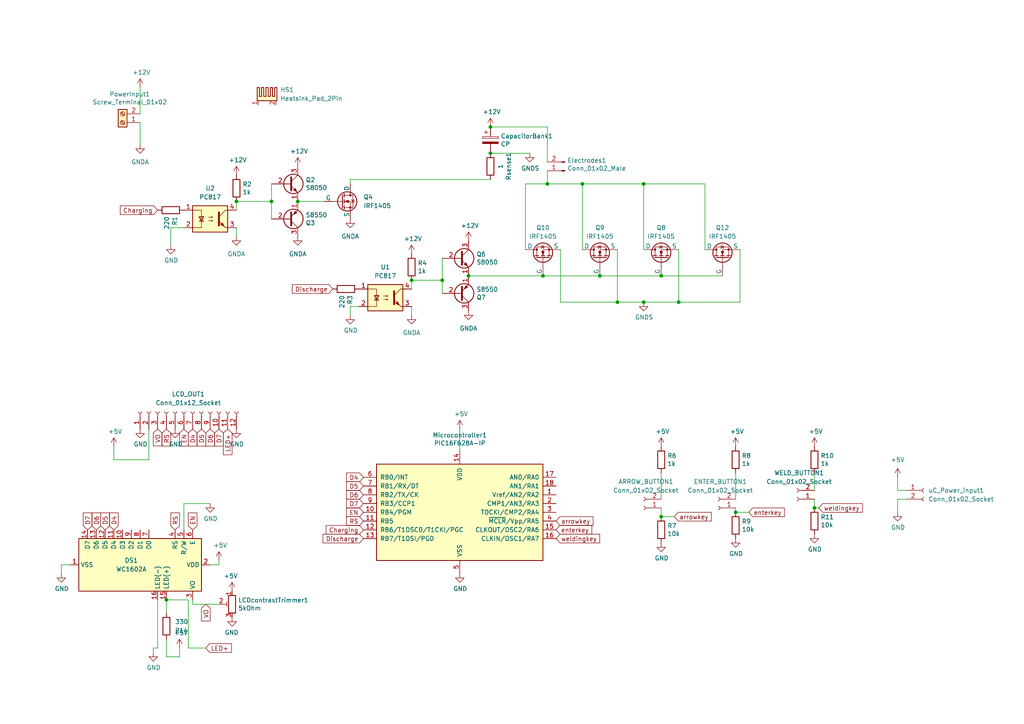
<source format=kicad_sch>
(kicad_sch (version 20230121) (generator eeschema)
  (paper "A4")
  (lib_symbols
    (symbol "Connector:Conn_01x02_Socket" (pin_names (offset 1.016) hide)
      (property "Reference" "J" (at 0 2.54 0))
      (property "Value" "Conn_01x02_Socket" (at 0 -5.08 0))
      (symbol "Conn_01x02_Socket_1_1"
        (arc (start 0 -2.032) (mid -0.5058 -2.54) (end 0 -3.048) (stroke (width 0.1524)))
        (polyline (pts (xy -1.27 -2.54) (xy -0.508 -2.54)) (stroke (width 0.1524)))
        (polyline (pts (xy -1.27 0) (xy -0.508 0)) (stroke (width 0.1524)))
        (arc (start 0 0.508) (mid -0.5058 0) (end 0 -0.508) (stroke (width 0.1524)))
        (pin passive line (at -5.08 0 0) (length 3.81) (name "Pin_1") (number "1"))
        (pin passive line (at -5.08 -2.54 0) (length 3.81) (name "Pin_2") (number "2"))
      )
    )
    (symbol "Connector:Conn_01x12_Socket" (pin_names (offset 1.016) hide)
      (property "Reference" "J" (at 0 15.24 0))
      (property "Value" "Conn_01x12_Socket" (at 0 -17.78 0))
      (symbol "Conn_01x12_Socket_1_1"
        (arc (start 0 -14.732) (mid -0.5058 -15.24) (end 0 -15.748) (stroke (width 0.1524)))
        (arc (start 0 -12.192) (mid -0.5058 -12.7) (end 0 -13.208) (stroke (width 0.1524)))
        (arc (start 0 -9.652) (mid -0.5058 -10.16) (end 0 -10.668) (stroke (width 0.1524)))
        (arc (start 0 -7.112) (mid -0.5058 -7.62) (end 0 -8.128) (stroke (width 0.1524)))
        (arc (start 0 -4.572) (mid -0.5058 -5.08) (end 0 -5.588) (stroke (width 0.1524)))
        (arc (start 0 -2.032) (mid -0.5058 -2.54) (end 0 -3.048) (stroke (width 0.1524)))
        (polyline (pts (xy -1.27 -15.24) (xy -0.508 -15.24)) (stroke (width 0.1524)))
        (polyline (pts (xy -1.27 -12.7) (xy -0.508 -12.7)) (stroke (width 0.1524)))
        (polyline (pts (xy -1.27 -10.16) (xy -0.508 -10.16)) (stroke (width 0.1524)))
        (polyline (pts (xy -1.27 -7.62) (xy -0.508 -7.62)) (stroke (width 0.1524)))
        (polyline (pts (xy -1.27 -5.08) (xy -0.508 -5.08)) (stroke (width 0.1524)))
        (polyline (pts (xy -1.27 -2.54) (xy -0.508 -2.54)) (stroke (width 0.1524)))
        (polyline (pts (xy -1.27 0) (xy -0.508 0)) (stroke (width 0.1524)))
        (polyline (pts (xy -1.27 2.54) (xy -0.508 2.54)) (stroke (width 0.1524)))
        (polyline (pts (xy -1.27 5.08) (xy -0.508 5.08)) (stroke (width 0.1524)))
        (polyline (pts (xy -1.27 7.62) (xy -0.508 7.62)) (stroke (width 0.1524)))
        (polyline (pts (xy -1.27 10.16) (xy -0.508 10.16)) (stroke (width 0.1524)))
        (polyline (pts (xy -1.27 12.7) (xy -0.508 12.7)) (stroke (width 0.1524)))
        (arc (start 0 0.508) (mid -0.5058 0) (end 0 -0.508) (stroke (width 0.1524)))
        (arc (start 0 3.048) (mid -0.5058 2.54) (end 0 2.032) (stroke (width 0.1524)))
        (arc (start 0 5.588) (mid -0.5058 5.08) (end 0 4.572) (stroke (width 0.1524)))
        (arc (start 0 8.128) (mid -0.5058 7.62) (end 0 7.112) (stroke (width 0.1524)))
        (arc (start 0 10.668) (mid -0.5058 10.16) (end 0 9.652) (stroke (width 0.1524)))
        (arc (start 0 13.208) (mid -0.5058 12.7) (end 0 12.192) (stroke (width 0.1524)))
        (pin passive line (at -5.08 12.7 0) (length 3.81) (name "Pin_1") (number "1"))
        (pin passive line (at -5.08 -10.16 0) (length 3.81) (name "Pin_10") (number "10"))
        (pin passive line (at -5.08 -12.7 0) (length 3.81) (name "Pin_11") (number "11"))
        (pin passive line (at -5.08 -15.24 0) (length 3.81) (name "Pin_12") (number "12"))
        (pin passive line (at -5.08 10.16 0) (length 3.81) (name "Pin_2") (number "2"))
        (pin passive line (at -5.08 7.62 0) (length 3.81) (name "Pin_3") (number "3"))
        (pin passive line (at -5.08 5.08 0) (length 3.81) (name "Pin_4") (number "4"))
        (pin passive line (at -5.08 2.54 0) (length 3.81) (name "Pin_5") (number "5"))
        (pin passive line (at -5.08 0 0) (length 3.81) (name "Pin_6") (number "6"))
        (pin passive line (at -5.08 -2.54 0) (length 3.81) (name "Pin_7") (number "7"))
        (pin passive line (at -5.08 -5.08 0) (length 3.81) (name "Pin_8") (number "8"))
        (pin passive line (at -5.08 -7.62 0) (length 3.81) (name "Pin_9") (number "9"))
      )
    )
    (symbol "Connector:Screw_Terminal_01x02" (pin_names (offset 1.016) hide)
      (property "Reference" "J" (at 0 2.54 0))
      (property "Value" "Screw_Terminal_01x02" (at 0 -5.08 0))
      (symbol "Screw_Terminal_01x02_1_1"
        (rectangle (start -1.27 1.27) (end 1.27 -3.81) (stroke (width 0.254)) (fill (type background)))
        (circle (center 0 -2.54) (radius 0.635) (stroke (width 0.1524)))
        (polyline (pts (xy -0.5334 -2.2098) (xy 0.3302 -3.048)) (stroke (width 0.1524)))
        (polyline (pts (xy -0.5334 0.3302) (xy 0.3302 -0.508)) (stroke (width 0.1524)))
        (polyline (pts (xy -0.3556 -2.032) (xy 0.508 -2.8702)) (stroke (width 0.1524)))
        (polyline (pts (xy -0.3556 0.508) (xy 0.508 -0.3302)) (stroke (width 0.1524)))
        (circle (center 0 0) (radius 0.635) (stroke (width 0.1524)))
        (pin passive line (at -5.08 0 0) (length 3.81) (name "Pin_1") (number "1"))
        (pin passive line (at -5.08 -2.54 0) (length 3.81) (name "Pin_2") (number "2"))
      )
    )
    (symbol "Device:R" (pin_numbers hide) (pin_names (offset 0))
      (property "Reference" "R" (at 2.032 0 90))
      (property "Value" "R" (at 0 0 90))
      (symbol "R_0_1"
        (rectangle (start -1.016 -2.54) (end 1.016 2.54) (stroke (width 0.254)))
      )
      (symbol "R_1_1"
        (pin passive line (at 0 3.81 270) (length 1.27) (name "~") (number "1"))
        (pin passive line (at 0 -3.81 90) (length 1.27) (name "~") (number "2"))
      )
    )
    (symbol "Display_Character:WC1602A"
      (property "Reference" "DS" (at -5.842 19.05 0))
      (property "Value" "WC1602A" (at 5.334 19.05 0))
      (symbol "WC1602A_1_1"
        (rectangle (start -7.62 17.78) (end 7.62 -17.78) (stroke (width 0.254)) (fill (type background)))
        (pin power_in line (at 0 -20.32 90) (length 2.54) (name "VSS") (number "1"))
        (pin input line (at -10.16 -5.08 0) (length 2.54) (name "D3") (number "10"))
        (pin input line (at -10.16 -7.62 0) (length 2.54) (name "D4") (number "11"))
        (pin input line (at -10.16 -10.16 0) (length 2.54) (name "D5") (number "12"))
        (pin input line (at -10.16 -12.7 0) (length 2.54) (name "D6") (number "13"))
        (pin input line (at -10.16 -15.24 0) (length 2.54) (name "D7") (number "14"))
        (pin power_in line (at 10.16 7.62 180) (length 2.54) (name "LED(+)") (number "15"))
        (pin power_in line (at 10.16 5.08 180) (length 2.54) (name "LED(-)") (number "16"))
        (pin power_in line (at 0 20.32 270) (length 2.54) (name "VDD") (number "2"))
        (pin input line (at 10.16 15.24 180) (length 2.54) (name "VO") (number "3"))
        (pin input line (at -10.16 10.16 0) (length 2.54) (name "RS") (number "4"))
        (pin input line (at -10.16 12.7 0) (length 2.54) (name "R/W") (number "5"))
        (pin input line (at -10.16 15.24 0) (length 2.54) (name "E") (number "6"))
        (pin input line (at -10.16 2.54 0) (length 2.54) (name "D0") (number "7"))
        (pin input line (at -10.16 0 0) (length 2.54) (name "D1") (number "8"))
        (pin input line (at -10.16 -2.54 0) (length 2.54) (name "D2") (number "9"))
      )
    )
    (symbol "Isolator:PC817" (pin_names (offset 1.016))
      (property "Reference" "U" (at -5.08 5.08 0))
      (property "Value" "PC817" (at 0 5.08 0))
      (symbol "PC817_0_1"
        (rectangle (start -5.08 3.81) (end 5.08 -3.81) (stroke (width 0.254)) (fill (type background)))
        (polyline (pts (xy -3.175 -0.635) (xy -1.905 -0.635)) (stroke (width 0.254)))
        (polyline (pts (xy 2.54 0.635) (xy 4.445 2.54)))
        (polyline (pts (xy 4.445 -2.54) (xy 2.54 -0.635)) (fill (type outline)))
        (polyline (pts (xy 4.445 -2.54) (xy 5.08 -2.54)))
        (polyline (pts (xy 4.445 2.54) (xy 5.08 2.54)))
        (polyline (pts (xy -5.08 2.54) (xy -2.54 2.54) (xy -2.54 -0.635)))
        (polyline (pts (xy -2.54 -0.635) (xy -2.54 -2.54) (xy -5.08 -2.54)))
        (polyline (pts (xy 2.54 1.905) (xy 2.54 -1.905) (xy 2.54 -1.905)) (stroke (width 0.508)))
        (polyline (pts (xy -2.54 -0.635) (xy -3.175 0.635) (xy -1.905 0.635) (xy -2.54 -0.635)) (stroke (width 0.254)))
        (polyline (pts (xy -0.508 -0.508) (xy 0.762 -0.508) (xy 0.381 -0.635) (xy 0.381 -0.381) (xy 0.762 -0.508)))
        (polyline (pts (xy -0.508 0.508) (xy 0.762 0.508) (xy 0.381 0.381) (xy 0.381 0.635) (xy 0.762 0.508)))
        (polyline (pts (xy 3.048 -1.651) (xy 3.556 -1.143) (xy 4.064 -2.159) (xy 3.048 -1.651) (xy 3.048 -1.651)) (fill (type outline)))
      )
      (symbol "PC817_1_1"
        (pin passive line (at -7.62 2.54 0) (length 2.54) (name "~") (number "1"))
        (pin passive line (at -7.62 -2.54 0) (length 2.54) (name "~") (number "2"))
        (pin passive line (at 7.62 -2.54 180) (length 2.54) (name "~") (number "3"))
        (pin passive line (at 7.62 2.54 180) (length 2.54) (name "~") (number "4"))
      )
    )
    (symbol "MCU_Microchip_PIC16:PIC16F628A-IP" (pin_names (offset 1.016))
      (property "Reference" "U" (at -24.13 17.78 0))
      (property "Value" "PIC16F628A-IP" (at -24.13 15.24 0))
      (symbol "PIC16F628A-IP_0_1"
        (rectangle (start 24.13 13.97) (end -24.13 -13.97) (stroke (width 0.254)) (fill (type background)))
      )
      (symbol "PIC16F628A-IP_1_1"
        (pin bidirectional line (at 27.94 5.08 180) (length 3.81) (name "Vref/AN2/RA2") (number "1"))
        (pin bidirectional line (at -27.94 0 0) (length 3.81) (name "RB4/PGM") (number "10"))
        (pin bidirectional line (at -27.94 -2.54 0) (length 3.81) (name "RB5") (number "11"))
        (pin bidirectional line (at -27.94 -5.08 0) (length 3.81) (name "RB6/T1OSC0/T1CKI/PGC") (number "12"))
        (pin bidirectional line (at -27.94 -7.62 0) (length 3.81) (name "RB7/T1OSI/PGD") (number "13"))
        (pin power_in line (at 0 17.78 270) (length 3.81) (name "VDD") (number "14"))
        (pin bidirectional line (at 27.94 -5.08 180) (length 3.81) (name "CLKOUT/OSC2/RA6") (number "15"))
        (pin bidirectional line (at 27.94 -7.62 180) (length 3.81) (name "CLKIN/OSC1/RA7") (number "16"))
        (pin bidirectional line (at 27.94 10.16 180) (length 3.81) (name "AN0/RA0") (number "17"))
        (pin bidirectional line (at 27.94 7.62 180) (length 3.81) (name "AN1/RA1") (number "18"))
        (pin bidirectional line (at 27.94 2.54 180) (length 3.81) (name "CMP1/AN3/RA3") (number "2"))
        (pin bidirectional line (at 27.94 0 180) (length 3.81) (name "TOCKI/CMP2/RA4") (number "3"))
        (pin input line (at 27.94 -2.54 180) (length 3.81) (name "~{MCLR}/Vpp/RA5") (number "4"))
        (pin power_in line (at 0 -17.78 90) (length 3.81) (name "VSS") (number "5"))
        (pin bidirectional line (at -27.94 10.16 0) (length 3.81) (name "RB0/INT") (number "6"))
        (pin bidirectional line (at -27.94 7.62 0) (length 3.81) (name "RB1/RX/DT") (number "7"))
        (pin bidirectional line (at -27.94 5.08 0) (length 3.81) (name "RB2/TX/CK") (number "8"))
        (pin bidirectional line (at -27.94 2.54 0) (length 3.81) (name "RB3/CCP1") (number "9"))
      )
    )
    (symbol "Mechanical:Heatsink_Pad_2Pin" (pin_names (offset 0))
      (property "Reference" "HS" (at 0 5.715 0))
      (property "Value" "Heatsink_Pad_2Pin" (at 0 3.81 0))
      (symbol "Heatsink_Pad_2Pin_0_1"
        (polyline (pts (xy -0.3302 0) (xy -0.9652 0) (xy -0.9652 2.54) (xy -1.6002 2.54) (xy -1.6002 0) (xy -2.2352 0) (xy -2.2352 2.54) (xy -2.8702 2.54) (xy -2.8702 -1.27) (xy -0.9652 -1.27)) (stroke (width 0.254)) (fill (type background)))
        (polyline (pts (xy -0.3302 0) (xy -0.3302 2.54) (xy 0.3048 2.54) (xy 0.3048 0) (xy 0.9398 0) (xy 0.9398 2.54) (xy 1.5748 2.54) (xy 1.5748 0) (xy 2.2098 0) (xy 2.2098 2.54) (xy 2.8448 2.54) (xy 2.8448 -1.27) (xy -0.9652 -1.27)) (stroke (width 0.254)) (fill (type background)))
      )
      (symbol "Heatsink_Pad_2Pin_1_1"
        (pin passive line (at -2.54 -2.54 90) (length 1.27) (name "~") (number "1"))
        (pin passive line (at 2.54 -2.54 90) (length 1.27) (name "~") (number "2"))
      )
    )
    (symbol "Simulation_SPICE:NMOS" (pin_numbers hide) (pin_names (offset 0))
      (property "Reference" "Q" (at 5.08 1.27 0))
      (property "Value" "NMOS" (at 5.08 -1.27 0))
      (symbol "NMOS_0_1"
        (polyline (pts (xy 0.254 0) (xy -2.54 0)))
        (polyline (pts (xy 0.254 1.905) (xy 0.254 -1.905)) (stroke (width 0.254)))
        (polyline (pts (xy 0.762 -1.27) (xy 0.762 -2.286)) (stroke (width 0.254)))
        (polyline (pts (xy 0.762 0.508) (xy 0.762 -0.508)) (stroke (width 0.254)))
        (polyline (pts (xy 0.762 2.286) (xy 0.762 1.27)) (stroke (width 0.254)))
        (polyline (pts (xy 2.54 2.54) (xy 2.54 1.778)))
        (polyline (pts (xy 2.54 -2.54) (xy 2.54 0) (xy 0.762 0)))
        (polyline (pts (xy 0.762 -1.778) (xy 3.302 -1.778) (xy 3.302 1.778) (xy 0.762 1.778)))
        (polyline (pts (xy 1.016 0) (xy 2.032 0.381) (xy 2.032 -0.381) (xy 1.016 0)) (fill (type outline)))
        (polyline (pts (xy 2.794 0.508) (xy 2.921 0.381) (xy 3.683 0.381) (xy 3.81 0.254)))
        (polyline (pts (xy 3.302 0.381) (xy 2.921 -0.254) (xy 3.683 -0.254) (xy 3.302 0.381)))
        (circle (center 1.651 0) (radius 2.794) (stroke (width 0.254)))
        (circle (center 2.54 -1.778) (radius 0.254) (fill (type outline)))
        (circle (center 2.54 1.778) (radius 0.254) (fill (type outline)))
      )
      (symbol "NMOS_1_1"
        (pin passive line (at 2.54 5.08 270) (length 2.54) (name "D") (number "1"))
        (pin input line (at -5.08 0 0) (length 2.54) (name "G") (number "2"))
        (pin passive line (at 2.54 -5.08 90) (length 2.54) (name "S") (number "3"))
      )
    )
    (symbol "Transistor_BJT:S8050" (pin_names (offset 0) hide)
      (property "Reference" "Q" (at 5.08 1.905 0))
      (property "Value" "S8050" (at 5.08 0 0))
      (symbol "S8050_0_1"
        (polyline (pts (xy 0 0) (xy 0.635 0)))
        (polyline (pts (xy 0.635 0.635) (xy 2.54 2.54)))
        (polyline (pts (xy 0.635 -0.635) (xy 2.54 -2.54) (xy 2.54 -2.54)))
        (polyline (pts (xy 0.635 1.905) (xy 0.635 -1.905) (xy 0.635 -1.905)) (stroke (width 0.508)))
        (polyline (pts (xy 1.27 -1.778) (xy 1.778 -1.27) (xy 2.286 -2.286) (xy 1.27 -1.778) (xy 1.27 -1.778)) (fill (type outline)))
        (circle (center 1.27 0) (radius 2.8194) (stroke (width 0.254)))
      )
      (symbol "S8050_1_1"
        (pin passive line (at 2.54 -5.08 90) (length 2.54) (name "E") (number "1"))
        (pin input line (at -5.08 0 0) (length 5.08) (name "B") (number "2"))
        (pin passive line (at 2.54 5.08 270) (length 2.54) (name "C") (number "3"))
      )
    )
    (symbol "Transistor_BJT:S8550" (pin_names (offset 0) hide)
      (property "Reference" "Q" (at 5.08 1.905 0))
      (property "Value" "S8550" (at 5.08 0 0))
      (symbol "S8550_0_1"
        (polyline (pts (xy 0 0) (xy 0.635 0)))
        (polyline (pts (xy 2.54 -2.54) (xy 0.635 -0.635)))
        (polyline (pts (xy 2.54 2.54) (xy 0.635 0.635)))
        (polyline (pts (xy 0.635 1.905) (xy 0.635 -1.905) (xy 0.635 -1.905)) (stroke (width 0.508)) (fill (type outline)))
        (polyline (pts (xy 1.778 -2.286) (xy 2.286 -1.778) (xy 1.27 -1.27) (xy 1.778 -2.286) (xy 1.778 -2.286)) (fill (type outline)))
        (circle (center 1.27 0) (radius 2.8194) (stroke (width 0.254)))
      )
      (symbol "S8550_1_1"
        (pin passive line (at 2.54 -5.08 90) (length 2.54) (name "E") (number "1"))
        (pin input line (at -5.08 0 0) (length 5.08) (name "B") (number "2"))
        (pin passive line (at 2.54 5.08 270) (length 2.54) (name "C") (number "3"))
      )
    )
    (symbol "circuit-rescue:CP-Device" (pin_numbers hide) (pin_names (offset 0.254))
      (property "Reference" "C" (at 0.635 2.54 0))
      (property "Value" "Device_CP" (at 0.635 -2.54 0))
      (symbol "CP-Device_0_1"
        (rectangle (start -2.286 0.508) (end 2.286 1.016))
        (polyline (pts (xy -1.778 2.286) (xy -0.762 2.286)))
        (polyline (pts (xy -1.27 2.794) (xy -1.27 1.778)))
        (rectangle (start 2.286 -0.508) (end -2.286 -1.016) (fill (type outline)))
      )
      (symbol "CP-Device_1_1"
        (pin passive line (at 0 3.81 270) (length 2.794) (name "~") (number "1"))
        (pin passive line (at 0 -3.81 90) (length 2.794) (name "~") (number "2"))
      )
    )
    (symbol "circuit-rescue:Conn_01x02_Male-Connector" (pin_names (offset 1.016) hide)
      (property "Reference" "J" (at 0 2.54 0))
      (property "Value" "Connector_Conn_01x02_Male" (at 0 -5.08 0))
      (symbol "Conn_01x02_Male-Connector_1_1"
        (polyline (pts (xy 1.27 -2.54) (xy 0.8636 -2.54)) (stroke (width 0.1524)))
        (polyline (pts (xy 1.27 0) (xy 0.8636 0)) (stroke (width 0.1524)))
        (rectangle (start 0.8636 -2.413) (end 0 -2.667) (stroke (width 0.1524)) (fill (type outline)))
        (rectangle (start 0.8636 0.127) (end 0 -0.127) (stroke (width 0.1524)) (fill (type outline)))
        (pin passive line (at 5.08 0 180) (length 3.81) (name "Pin_1") (number "1"))
        (pin passive line (at 5.08 -2.54 180) (length 3.81) (name "Pin_2") (number "2"))
      )
    )
    (symbol "circuit-rescue:R_POT_TRIM-Device" (pin_names (offset 1.016) hide)
      (property "Reference" "RV" (at -4.445 0 90))
      (property "Value" "Device_R_POT_TRIM" (at -2.54 0 90))
      (symbol "R_POT_TRIM-Device_0_1"
        (polyline (pts (xy 1.524 0.762) (xy 1.524 -0.762)))
        (polyline (pts (xy 2.54 0) (xy 1.524 0)))
        (rectangle (start 1.016 2.54) (end -1.016 -2.54) (stroke (width 0.254)))
      )
      (symbol "R_POT_TRIM-Device_1_1"
        (pin passive line (at 0 3.81 270) (length 1.27) (name "1") (number "1"))
        (pin passive line (at 3.81 0 180) (length 1.27) (name "2") (number "2"))
        (pin passive line (at 0 -3.81 90) (length 1.27) (name "3") (number "3"))
      )
    )
    (symbol "power:+12V" (power) (pin_names (offset 0))
      (property "Value" "+12V" (at 0 3.556 0))
      (symbol "+12V_0_1"
        (polyline (pts (xy -0.762 1.27) (xy 0 2.54)))
        (polyline (pts (xy 0 0) (xy 0 2.54)))
        (polyline (pts (xy 0 2.54) (xy 0.762 1.27)))
      )
      (symbol "+12V_1_1"
        (pin power_in line (at 0 0 90) (length 0) hide (name "+12V") (number "1"))
      )
    )
    (symbol "power:+5V" (power) (pin_names (offset 0))
      (property "Value" "+5V" (at 0 3.556 0))
      (symbol "+5V_0_1"
        (polyline (pts (xy -0.762 1.27) (xy 0 2.54)))
        (polyline (pts (xy 0 0) (xy 0 2.54)))
        (polyline (pts (xy 0 2.54) (xy 0.762 1.27)))
      )
      (symbol "+5V_1_1"
        (pin power_in line (at 0 0 90) (length 0) hide (name "+5V") (number "1"))
      )
    )
    (symbol "power:GND" (power) (pin_names (offset 0))
      (property "Value" "GND" (at 0 -3.81 0))
      (symbol "GND_0_1"
        (polyline (pts (xy 0 0) (xy 0 -1.27) (xy 1.27 -1.27) (xy 0 -2.54) (xy -1.27 -1.27) (xy 0 -1.27)))
      )
      (symbol "GND_1_1"
        (pin power_in line (at 0 0 270) (length 0) hide (name "GND") (number "1"))
      )
    )
    (symbol "power:GNDA" (power) (pin_names (offset 0))
      (property "Value" "GNDA" (at 0 -3.81 0))
      (symbol "GNDA_0_1"
        (polyline (pts (xy 0 0) (xy 0 -1.27) (xy 1.27 -1.27) (xy 0 -2.54) (xy -1.27 -1.27) (xy 0 -1.27)))
      )
      (symbol "GNDA_1_1"
        (pin power_in line (at 0 0 270) (length 0) hide (name "GNDA") (number "1"))
      )
    )
    (symbol "power:GNDS" (power) (pin_names (offset 0))
      (property "Value" "GNDS" (at 0 -3.81 0))
      (symbol "GNDS_0_1"
        (polyline (pts (xy 0 0) (xy 0 -1.27) (xy 1.27 -1.27) (xy 0 -2.54) (xy -1.27 -1.27) (xy 0 -1.27)))
      )
      (symbol "GNDS_1_1"
        (pin power_in line (at 0 0 270) (length 0) hide (name "GNDS") (number "1"))
      )
    )
  )
  (junction (at 168.91 53.34))
  (junction (at 236.22 147.32))
  (junction (at 68.58 58.42))
  (junction (at 186.69 53.34))
  (junction (at 186.69 87.63))
  (junction (at 142.24 44.45))
  (junction (at 119.38 81.28))
  (junction (at 191.77 149.86))
  (junction (at 157.48 80.01))
  (junction (at 213.36 148.59))
  (junction (at 78.74 58.42))
  (junction (at 179.07 87.63))
  (junction (at 142.24 36.83))
  (junction (at 191.77 80.01))
  (junction (at 158.75 53.34))
  (junction (at 86.36 58.42))
  (junction (at 128.27 81.28))
  (junction (at 135.89 80.01))
  (junction (at 48.26 173.99))
  (junction (at 173.99 80.01))
  (junction (at 196.85 87.63))
  (wire (pts (xy 162.56 72.39) (xy 162.56 87.63)))
  (wire (pts (xy 128.27 81.28) (xy 119.38 81.28)))
  (wire (pts (xy 48.26 177.8) (xy 48.26 173.99)))
  (wire (pts (xy 133.35 124.46) (xy 133.35 130.81)))
  (wire (pts (xy 78.74 58.42) (xy 78.74 63.5)))
  (wire (pts (xy 157.48 80.01) (xy 173.99 80.01)))
  (wire (pts (xy 17.78 166.37) (xy 17.78 163.83)))
  (wire (pts (xy 52.07 190.5) (xy 52.07 187.96)))
  (wire (pts (xy 260.35 144.78) (xy 262.89 144.78)))
  (wire (pts (xy 128.27 81.28) (xy 128.27 85.09)))
  (wire (pts (xy 195.58 149.86) (xy 191.77 149.86)))
  (wire (pts (xy 191.77 147.32) (xy 191.77 149.86)))
  (wire (pts (xy 168.91 53.34) (xy 186.69 53.34)))
  (wire (pts (xy 49.53 66.04) (xy 53.34 66.04)))
  (wire (pts (xy 68.58 58.42) (xy 78.74 58.42)))
  (wire (pts (xy 93.98 58.42) (xy 86.36 58.42)))
  (wire (pts (xy 158.75 53.34) (xy 168.91 53.34)))
  (wire (pts (xy 152.4 53.34) (xy 158.75 53.34)))
  (wire (pts (xy 17.78 163.83) (xy 20.32 163.83)))
  (wire (pts (xy 214.63 87.63) (xy 196.85 87.63)))
  (wire (pts (xy 44.45 189.23) (xy 44.45 187.96)))
  (wire (pts (xy 237.49 147.32) (xy 236.22 147.32)))
  (wire (pts (xy 162.56 87.63) (xy 179.07 87.63)))
  (wire (pts (xy 33.02 129.54) (xy 33.02 133.35)))
  (wire (pts (xy 260.35 138.43) (xy 260.35 142.24)))
  (wire (pts (xy 48.26 185.42) (xy 48.26 190.5)))
  (wire (pts (xy 54.61 187.96) (xy 54.61 173.99)))
  (wire (pts (xy 142.24 52.07) (xy 101.6 52.07)))
  (wire (pts (xy 142.24 44.45) (xy 153.67 44.45)))
  (wire (pts (xy 78.74 53.34) (xy 78.74 58.42)))
  (wire (pts (xy 49.53 71.12) (xy 49.53 66.04)))
  (wire (pts (xy 179.07 72.39) (xy 179.07 87.63)))
  (wire (pts (xy 217.17 148.59) (xy 213.36 148.59)))
  (wire (pts (xy 54.61 173.99) (xy 48.26 173.99)))
  (wire (pts (xy 191.77 80.01) (xy 209.55 80.01)))
  (wire (pts (xy 196.85 72.39) (xy 196.85 87.63)))
  (wire (pts (xy 33.02 133.35) (xy 43.18 133.35)))
  (wire (pts (xy 119.38 81.28) (xy 119.38 83.82)))
  (wire (pts (xy 48.26 190.5) (xy 52.07 190.5)))
  (wire (pts (xy 179.07 87.63) (xy 186.69 87.63)))
  (wire (pts (xy 68.58 58.42) (xy 68.58 60.96)))
  (wire (pts (xy 63.5 163.83) (xy 60.96 163.83)))
  (wire (pts (xy 128.27 74.93) (xy 128.27 81.28)))
  (wire (pts (xy 43.18 133.35) (xy 43.18 124.46)))
  (wire (pts (xy 44.45 187.96) (xy 45.72 187.96)))
  (wire (pts (xy 142.24 36.83) (xy 158.75 36.83)))
  (wire (pts (xy 213.36 147.32) (xy 213.36 148.59)))
  (wire (pts (xy 152.4 72.39) (xy 152.4 53.34)))
  (wire (pts (xy 55.88 175.26) (xy 55.88 173.99)))
  (wire (pts (xy 45.72 173.99) (xy 45.72 187.96)))
  (wire (pts (xy 191.77 144.78) (xy 191.77 137.16)))
  (wire (pts (xy 158.75 36.83) (xy 158.75 46.99)))
  (wire (pts (xy 260.35 142.24) (xy 262.89 142.24)))
  (wire (pts (xy 213.36 137.16) (xy 213.36 144.78)))
  (wire (pts (xy 59.69 187.96) (xy 54.61 187.96)))
  (wire (pts (xy 63.5 162.56) (xy 63.5 163.83)))
  (wire (pts (xy 135.89 80.01) (xy 157.48 80.01)))
  (wire (pts (xy 196.85 87.63) (xy 186.69 87.63)))
  (wire (pts (xy 204.47 72.39) (xy 204.47 53.34)))
  (wire (pts (xy 158.75 53.34) (xy 158.75 49.53)))
  (wire (pts (xy 101.6 88.9) (xy 104.14 88.9)))
  (wire (pts (xy 186.69 72.39) (xy 186.69 53.34)))
  (wire (pts (xy 186.69 53.34) (xy 204.47 53.34)))
  (wire (pts (xy 68.58 66.04) (xy 68.58 68.58)))
  (wire (pts (xy 236.22 137.16) (xy 236.22 142.24)))
  (wire (pts (xy 236.22 144.78) (xy 236.22 147.32)))
  (wire (pts (xy 214.63 72.39) (xy 214.63 87.63)))
  (wire (pts (xy 173.99 80.01) (xy 191.77 80.01)))
  (wire (pts (xy 101.6 52.07) (xy 101.6 53.34)))
  (wire (pts (xy 40.64 25.4) (xy 40.64 33.02)))
  (wire (pts (xy 119.38 88.9) (xy 119.38 91.44)))
  (wire (pts (xy 53.34 146.05) (xy 60.96 146.05)))
  (wire (pts (xy 168.91 72.39) (xy 168.91 53.34)))
  (wire (pts (xy 260.35 148.59) (xy 260.35 144.78)))
  (wire (pts (xy 53.34 153.67) (xy 53.34 146.05)))
  (wire (pts (xy 63.5 175.26) (xy 55.88 175.26)))
  (wire (pts (xy 40.64 35.56) (xy 40.64 41.91)))
  (wire (pts (xy 101.6 91.44) (xy 101.6 88.9)))
  (global_label "Discharge" (shape input) (at 96.52 83.82 180) (property "Intersheetrefs" "${INTERSHEET_REFS}" (effects hide)))
  (global_label "VO" (shape input) (at 45.72 124.46 270) (property "Intersheetrefs" "${INTERSHEET_REFS}" (effects hide)))
  (global_label "weldingkey" (shape input) (at 161.29 156.21 0) (property "Intersheetrefs" "${INTERSHEET_REFS}" (effects hide)))
  (global_label "D5" (shape input) (at 105.41 140.97 180) (property "Intersheetrefs" "${INTERSHEET_REFS}" (effects hide)))
  (global_label "weldingkey" (shape input) (at 237.49 147.32 0) (property "Intersheetrefs" "${INTERSHEET_REFS}" (effects hide)))
  (global_label "RS" (shape input) (at 48.26 124.46 270) (property "Intersheetrefs" "${INTERSHEET_REFS}" (effects hide)))
  (global_label "D6" (shape input) (at 105.41 143.51 180) (property "Intersheetrefs" "${INTERSHEET_REFS}" (effects hide)))
  (global_label "VO" (shape input) (at 59.69 175.26 270) (property "Intersheetrefs" "${INTERSHEET_REFS}" (effects hide)))
  (global_label "D7" (shape input) (at 105.41 146.05 180) (property "Intersheetrefs" "${INTERSHEET_REFS}" (effects hide)))
  (global_label "D4" (shape input) (at 33.02 153.67 90) (property "Intersheetrefs" "${INTERSHEET_REFS}" (effects hide)))
  (global_label "Charging" (shape input) (at 45.72 60.96 180) (property "Intersheetrefs" "${INTERSHEET_REFS}" (effects hide)))
  (global_label "LED+" (shape input) (at 66.04 124.46 270) (property "Intersheetrefs" "${INTERSHEET_REFS}" (effects hide)))
  (global_label "D7" (shape input) (at 25.4 153.67 90) (property "Intersheetrefs" "${INTERSHEET_REFS}" (effects hide)))
  (global_label "D4" (shape input) (at 105.41 138.43 180) (property "Intersheetrefs" "${INTERSHEET_REFS}" (effects hide)))
  (global_label "arrowkey" (shape input) (at 161.29 151.13 0) (property "Intersheetrefs" "${INTERSHEET_REFS}" (effects hide)))
  (global_label "EN" (shape input) (at 55.88 153.67 90) (property "Intersheetrefs" "${INTERSHEET_REFS}" (effects hide)))
  (global_label "Discharge" (shape input) (at 105.41 156.21 180) (property "Intersheetrefs" "${INTERSHEET_REFS}" (effects hide)))
  (global_label "RS" (shape input) (at 50.8 153.67 90) (property "Intersheetrefs" "${INTERSHEET_REFS}" (effects hide)))
  (global_label "enterkey" (shape input) (at 217.17 148.59 0) (property "Intersheetrefs" "${INTERSHEET_REFS}" (effects hide)))
  (global_label "Charging" (shape input) (at 105.41 153.67 180) (property "Intersheetrefs" "${INTERSHEET_REFS}" (effects hide)))
  (global_label "D6" (shape input) (at 60.96 124.46 270) (property "Intersheetrefs" "${INTERSHEET_REFS}" (effects hide)))
  (global_label "arrowkey" (shape input) (at 195.58 149.86 0) (property "Intersheetrefs" "${INTERSHEET_REFS}" (effects hide)))
  (global_label "RS" (shape input) (at 105.41 151.13 180) (property "Intersheetrefs" "${INTERSHEET_REFS}" (effects hide)))
  (global_label "EN" (shape input) (at 105.41 148.59 180) (property "Intersheetrefs" "${INTERSHEET_REFS}" (effects hide)))
  (global_label "D7" (shape input) (at 63.5 124.46 270) (property "Intersheetrefs" "${INTERSHEET_REFS}" (effects hide)))
  (global_label "enterkey" (shape input) (at 161.29 153.67 0) (property "Intersheetrefs" "${INTERSHEET_REFS}" (effects hide)))
  (global_label "EN" (shape input) (at 53.34 124.46 270) (property "Intersheetrefs" "${INTERSHEET_REFS}" (effects hide)))
  (global_label "D4" (shape input) (at 55.88 124.46 270) (property "Intersheetrefs" "${INTERSHEET_REFS}" (effects hide)))
  (global_label "LED+" (shape input) (at 59.69 187.96 0) (property "Intersheetrefs" "${INTERSHEET_REFS}" (effects hide)))
  (global_label "D5" (shape input) (at 30.48 153.67 90) (property "Intersheetrefs" "${INTERSHEET_REFS}" (effects hide)))
  (global_label "D5" (shape input) (at 58.42 124.46 270) (property "Intersheetrefs" "${INTERSHEET_REFS}" (effects hide)))
  (global_label "D6" (shape input) (at 27.94 153.67 90) (property "Intersheetrefs" "${INTERSHEET_REFS}" (effects hide)))
  (symbol (lib_id "Connector:Screw_Terminal_01x02") (at 35.56 35.56 180) (unit 1)
    (property "Reference" "PowerInput1" (at 37.6428 27.305 0))
    (property "Value" "Screw_Terminal_01x02" (at 37.6428 29.6164 0))
    (property "Footprint" "TerminalBlock:TerminalBlock_bornier-2_P5.08mm" (effects hide))
  )
  (symbol (lib_id "power:+5V") (at 67.31 171.45 0) (mirror y) (unit 1)
    (property "Reference" "#PWR01" (effects hide))
    (property "Value" "+5V" (at 66.929 167.0558 0))
  )
  (symbol (lib_id "power:+12V") (at 86.36 48.26 0) (unit 1)
    (property "Reference" "#PWR08" (effects hide))
    (property "Value" "+12V" (at 86.741 43.8658 0))
  )
  (symbol (lib_id "power:+5V") (at 236.22 129.54 0) (unit 1)
    (property "Reference" "#PWR033" (effects hide))
    (property "Value" "+5V" (at 236.601 125.1458 0))
  )
  (symbol (lib_id "Device:R") (at 119.38 77.47 0) (unit 1)
    (property "Reference" "R4" (at 121.158 76.3016 0) (effects (justify left)))
    (property "Value" "1k" (at 121.158 78.613 0) (effects (justify left)))
    (property "Footprint" "Resistor_THT:R_Axial_DIN0207_L6.3mm_D2.5mm_P7.62mm_Horizontal" (effects hide))
  )
  (symbol (lib_id "Simulation_SPICE:NMOS") (at 209.55 74.93 90) (unit 1)
    (property "Reference" "Q12" (at 209.55 66.04 90))
    (property "Value" "IRF1405" (at 209.55 68.58 90))
    (property "Footprint" "Package_TO_SOT_THT:TO-220-3_Vertical" (effects hide))
    (property "Datasheet" "https://ngspice.sourceforge.io/docs/ngspice-manual.pdf" (effects hide))
    (property "Sim.Device" "NMOS" (effects hide))
    (property "Sim.Type" "VDMOS" (effects hide))
    (property "Sim.Pins" "1=D 2=G 3=S" (effects hide))
  )
  (symbol (lib_id "power:+12V") (at 135.89 69.85 0) (unit 1)
    (property "Reference" "#PWR015" (effects hide))
    (property "Value" "+12V" (at 136.271 65.4558 0))
  )
  (symbol (lib_id "Simulation_SPICE:NMOS") (at 173.99 74.93 90) (unit 1)
    (property "Reference" "Q9" (at 173.99 66.04 90))
    (property "Value" "IRF1405" (at 173.99 68.58 90))
    (property "Footprint" "Package_TO_SOT_THT:TO-220-3_Vertical" (effects hide))
    (property "Datasheet" "https://ngspice.sourceforge.io/docs/ngspice-manual.pdf" (effects hide))
    (property "Sim.Device" "NMOS" (effects hide))
    (property "Sim.Type" "VDMOS" (effects hide))
    (property "Sim.Pins" "1=D 2=G 3=S" (effects hide))
  )
  (symbol (lib_id "Device:R") (at 213.36 133.35 0) (unit 1)
    (property "Reference" "R8" (at 215.138 132.1816 0) (effects (justify left)))
    (property "Value" "1k" (at 215.138 134.493 0) (effects (justify left)))
    (property "Footprint" "Resistor_THT:R_Axial_DIN0207_L6.3mm_D2.5mm_P7.62mm_Horizontal" (effects hide))
  )
  (symbol (lib_id "Display_Character:WC1602A") (at 40.64 163.83 270) (unit 1)
    (property "Reference" "DS1" (at 38.1 162.56 90))
    (property "Value" "WC1602A" (at 38.1 165.1 90))
    (property "Footprint" "Display:WC1602A" (effects hide))
    (property "Datasheet" "http://www.wincomlcd.com/pdf/WC1602A-SFYLYHTC06.pdf" (effects hide))
  )
  (symbol (lib_id "Connector:Conn_01x02_Socket") (at 267.97 142.24 0) (unit 1)
    (property "Reference" "uC_Power_input1" (at 269.24 142.24 0) (effects (justify left)))
    (property "Value" "Conn_01x02_Socket" (at 269.24 144.78 0) (effects (justify left)))
    (property "Footprint" "Connector_JST:JST_EH_B2B-EH-A_1x02_P2.50mm_Vertical" (effects hide))
  )
  (symbol (lib_id "Device:R") (at 236.22 151.13 0) (unit 1)
    (property "Reference" "R11" (at 237.998 149.9616 0) (effects (justify left)))
    (property "Value" "10k" (at 237.998 152.273 0) (effects (justify left)))
    (property "Footprint" "Resistor_THT:R_Axial_DIN0207_L6.3mm_D2.5mm_P7.62mm_Horizontal" (effects hide))
  )
  (symbol (lib_id "Transistor_BJT:S8050") (at 83.82 53.34 0) (unit 1)
    (property "Reference" "Q2" (at 88.646 52.1716 0) (effects (justify left)))
    (property "Value" "S8050" (at 88.646 54.483 0) (effects (justify left)))
    (property "Footprint" "Package_TO_SOT_THT:TO-92_Inline" (effects hide))
    (property "Datasheet" "http://www.unisonic.com.tw/datasheet/S8050.pdf" (effects hide))
  )
  (symbol (lib_id "Connector:Conn_01x02_Socket") (at 186.69 147.32 180) (unit 1)
    (property "Reference" "ARROW_BUTTON1" (at 187.325 139.7 0))
    (property "Value" "Conn_01x02_Socket" (at 187.325 142.24 0))
    (property "Footprint" "Connector_JST:JST_EH_B2B-EH-A_1x02_P2.50mm_Vertical" (effects hide))
  )
  (symbol (lib_id "Isolator:PC817") (at 111.76 86.36 0) (unit 1)
    (property "Reference" "U1" (at 111.76 77.47 0))
    (property "Value" "PC817" (at 111.76 80.01 0))
    (property "Footprint" "Package_DIP:DIP-4_W7.62mm" (effects hide))
    (property "Datasheet" "http://www.soselectronic.cz/a_info/resource/d/pc817.pdf" (effects hide))
  )
  (symbol (lib_id "power:GND") (at 67.31 179.07 0) (mirror y) (unit 1)
    (property "Reference" "#PWR02" (effects hide))
    (property "Value" "GND" (at 67.183 183.4642 0))
  )
  (symbol (lib_id "power:GNDA") (at 119.38 91.44 0) (unit 1)
    (property "Reference" "#PWR014" (effects hide))
    (property "Value" "GNDA" (at 119.38 96.52 0))
  )
  (symbol (lib_id "Device:R") (at 48.26 181.61 180) (unit 1)
    (property "Reference" "R14" (at 54.61 182.88 0) (effects (justify left)))
    (property "Value" "330" (at 54.61 180.34 0) (effects (justify left)))
    (property "Footprint" "Resistor_THT:R_Axial_DIN0207_L6.3mm_D2.5mm_P7.62mm_Horizontal" (effects hide))
  )
  (symbol (lib_id "Simulation_SPICE:NMOS") (at 191.77 74.93 90) (unit 1)
    (property "Reference" "Q8" (at 191.77 66.04 90))
    (property "Value" "IRF1405" (at 191.77 68.58 90))
    (property "Footprint" "Package_TO_SOT_THT:TO-220-3_Vertical" (effects hide))
    (property "Datasheet" "https://ngspice.sourceforge.io/docs/ngspice-manual.pdf" (effects hide))
    (property "Sim.Device" "NMOS" (effects hide))
    (property "Sim.Type" "VDMOS" (effects hide))
    (property "Sim.Pins" "1=D 2=G 3=S" (effects hide))
  )
  (symbol (lib_id "Device:R") (at 49.53 60.96 270) (unit 1)
    (property "Reference" "R1" (at 50.6984 62.738 0) (effects (justify left)))
    (property "Value" "220" (at 48.387 62.738 0) (effects (justify left)))
    (property "Footprint" "Resistor_THT:R_Axial_DIN0207_L6.3mm_D2.5mm_P7.62mm_Horizontal" (effects hide))
  )
  (symbol (lib_id "power:GNDA") (at 135.89 90.17 0) (unit 1)
    (property "Reference" "#PWR016" (effects hide))
    (property "Value" "GNDA" (at 135.89 95.25 0))
  )
  (symbol (lib_id "Connector:Conn_01x12_Socket") (at 53.34 119.38 90) (unit 1)
    (property "Reference" "LCD_OUT1" (at 54.61 114.3 90))
    (property "Value" "Conn_01x12_Socket" (at 54.61 116.84 90))
    (property "Footprint" "Connector_PinHeader_2.54mm:PinHeader_1x12_P2.54mm_Vertical" (effects hide))
  )
  (symbol (lib_id "Device:R") (at 191.77 153.67 0) (unit 1)
    (property "Reference" "R7" (at 193.548 152.5016 0) (effects (justify left)))
    (property "Value" "10k" (at 193.548 154.813 0) (effects (justify left)))
    (property "Footprint" "Resistor_THT:R_Axial_DIN0207_L6.3mm_D2.5mm_P7.62mm_Horizontal" (effects hide))
  )
  (symbol (lib_id "power:GNDA") (at 86.36 68.58 0) (unit 1)
    (property "Reference" "#PWR09" (effects hide))
    (property "Value" "GNDA" (at 86.36 73.66 0))
  )
  (symbol (lib_id "circuit-rescue:R_POT_TRIM-Device") (at 67.31 175.26 0) (mirror y) (unit 1)
    (property "Reference" "LCDcontrastTrimmer1" (at 69.088 174.0916 0) (effects (justify right)))
    (property "Value" "5kOhm" (at 69.088 176.403 0) (effects (justify right)))
    (property "Footprint" "Potentiometer_THT:Potentiometer_Bourns_3386C_Horizontal" (effects hide))
  )
  (symbol (lib_id "Device:R") (at 68.58 54.61 0) (unit 1)
    (property "Reference" "R2" (at 70.358 53.4416 0) (effects (justify left)))
    (property "Value" "1k" (at 70.358 55.753 0) (effects (justify left)))
    (property "Footprint" "Resistor_THT:R_Axial_DIN0207_L6.3mm_D2.5mm_P7.62mm_Horizontal" (effects hide))
  )
  (symbol (lib_id "Transistor_BJT:S8050") (at 133.35 74.93 0) (unit 1)
    (property "Reference" "Q6" (at 138.176 73.7616 0) (effects (justify left)))
    (property "Value" "S8050" (at 138.176 76.073 0) (effects (justify left)))
    (property "Footprint" "Package_TO_SOT_THT:TO-92_Inline" (effects hide))
    (property "Datasheet" "http://www.unisonic.com.tw/datasheet/S8050.pdf" (effects hide))
  )
  (symbol (lib_id "Mechanical:Heatsink_Pad_2Pin") (at 77.47 27.94 0) (unit 1)
    (property "Reference" "HS1" (at 81.28 26.035 0) (effects (justify left)))
    (property "Value" "Heatsink_Pad_2Pin" (at 81.28 28.575 0) (effects (justify left)))
  )
  (symbol (lib_id "Connector:Conn_01x02_Socket") (at 231.14 144.78 180) (unit 1)
    (property "Reference" "WELD_BUTTON1" (at 231.775 137.16 0))
    (property "Value" "Conn_01x02_Socket" (at 231.775 139.7 0))
    (property "Footprint" "Connector_JST:JST_EH_B2B-EH-A_1x02_P2.50mm_Vertical" (effects hide))
  )
  (symbol (lib_id "power:GND") (at 191.77 157.48 0) (unit 1)
    (property "Reference" "#PWR025" (effects hide))
    (property "Value" "GND" (at 191.897 161.8742 0))
  )
  (symbol (lib_id "power:+12V") (at 40.64 25.4 0) (unit 1)
    (property "Reference" "#PWR022" (effects hide))
    (property "Value" "+12V" (at 41.021 21.0058 0))
  )
  (symbol (lib_id "Device:R") (at 191.77 133.35 0) (unit 1)
    (property "Reference" "R6" (at 193.548 132.1816 0) (effects (justify left)))
    (property "Value" "1k" (at 193.548 134.493 0) (effects (justify left)))
    (property "Footprint" "Resistor_THT:R_Axial_DIN0207_L6.3mm_D2.5mm_P7.62mm_Horizontal" (effects hide))
  )
  (symbol (lib_id "Device:R") (at 100.33 83.82 270) (unit 1)
    (property "Reference" "R3" (at 101.4984 85.598 0) (effects (justify left)))
    (property "Value" "220" (at 99.187 85.598 0) (effects (justify left)))
    (property "Footprint" "Resistor_THT:R_Axial_DIN0207_L6.3mm_D2.5mm_P7.62mm_Horizontal" (effects hide))
  )
  (symbol (lib_id "circuit-rescue:Conn_01x02_Male-Connector") (at 163.83 49.53 180) (unit 1)
    (property "Reference" "Electrodes1" (at 164.5412 46.5328 0) (effects (justify right)))
    (property "Value" "Conn_01x02_Male" (at 164.5412 48.8442 0) (effects (justify right)))
    (property "Footprint" "TerminalBlock:TerminalBlock_bornier-2_P5.08mm" (effects hide))
  )
  (symbol (lib_id "circuit-rescue:CP-Device") (at 142.24 40.64 0) (unit 1)
    (property "Reference" "CapacitorBank1" (at 145.2372 39.4716 0) (effects (justify left)))
    (property "Value" "CP" (at 145.2372 41.783 0) (effects (justify left)))
    (property "Footprint" "TerminalBlock:TerminalBlock_bornier-2_P5.08mm" (effects hide))
  )
  (symbol (lib_id "power:+12V") (at 119.38 73.66 0) (unit 1)
    (property "Reference" "#PWR013" (effects hide))
    (property "Value" "+12V" (at 119.761 69.2658 0))
  )
  (symbol (lib_id "power:GNDA") (at 68.58 68.58 0) (unit 1)
    (property "Reference" "#PWR06" (effects hide))
    (property "Value" "GNDA" (at 68.58 73.66 0))
  )
  (symbol (lib_id "power:+5V") (at 191.77 129.54 0) (unit 1)
    (property "Reference" "#PWR024" (effects hide))
    (property "Value" "+5V" (at 192.151 125.1458 0))
  )
  (symbol (lib_id "power:+5V") (at 260.35 138.43 0) (unit 1)
    (property "Reference" "#PWR03" (effects hide))
    (property "Value" "+5V" (at 260.35 133.35 0))
  )
  (symbol (lib_id "power:GNDA") (at 40.64 41.91 0) (unit 1)
    (property "Reference" "#PWR04" (effects hide))
    (property "Value" "GNDA" (at 40.64 46.99 0))
  )
  (symbol (lib_id "Isolator:PC817") (at 60.96 63.5 0) (unit 1)
    (property "Reference" "U2" (at 60.96 54.61 0))
    (property "Value" "PC817" (at 60.96 57.15 0))
    (property "Footprint" "Package_DIP:DIP-4_W7.62mm" (effects hide))
    (property "Datasheet" "http://www.soselectronic.cz/a_info/resource/d/pc817.pdf" (effects hide))
  )
  (symbol (lib_id "power:GND") (at 49.53 71.12 0) (unit 1)
    (property "Reference" "#PWR011" (effects hide))
    (property "Value" "GND" (at 49.657 75.5142 0))
  )
  (symbol (lib_id "Device:R") (at 142.24 48.26 180) (unit 1)
    (property "Reference" "Rsense1" (at 147.4978 48.26 90))
    (property "Value" "1" (at 145.1864 48.26 90))
    (property "Footprint" "Resistor_THT:R_Axial_Power_L25.0mm_W9.0mm_P27.94mm" (effects hide))
  )
  (symbol (lib_id "Device:R") (at 213.36 152.4 0) (unit 1)
    (property "Reference" "R9" (at 215.138 151.2316 0) (effects (justify left)))
    (property "Value" "10k" (at 215.138 153.543 0) (effects (justify left)))
    (property "Footprint" "Resistor_THT:R_Axial_DIN0207_L6.3mm_D2.5mm_P7.62mm_Horizontal" (effects hide))
  )
  (symbol (lib_id "power:GNDA") (at 101.6 63.5 0) (unit 1)
    (property "Reference" "#PWR012" (effects hide))
    (property "Value" "GNDA" (at 101.6 68.58 0))
  )
  (symbol (lib_id "power:+12V") (at 68.58 50.8 0) (unit 1)
    (property "Reference" "#PWR05" (effects hide))
    (property "Value" "+12V" (at 68.961 46.4058 0))
  )
  (symbol (lib_id "power:GND") (at 60.96 146.05 0) (unit 1)
    (property "Reference" "#PWR041" (effects hide))
    (property "Value" "GND" (at 61.087 150.4442 0))
  )
  (symbol (lib_id "power:GND") (at 40.64 124.46 0) (unit 1)
    (property "Reference" "#PWR023" (effects hide))
    (property "Value" "GND" (at 40.767 128.8542 0))
  )
  (symbol (lib_id "Transistor_BJT:S8550") (at 83.82 63.5 0) (mirror x) (unit 1)
    (property "Reference" "Q3" (at 88.646 64.6684 0) (effects (justify left)))
    (property "Value" "S8550" (at 88.646 62.357 0) (effects (justify left)))
    (property "Footprint" "Package_TO_SOT_THT:TO-92_Inline" (effects hide))
    (property "Datasheet" "http://www.unisonic.com.tw/datasheet/S8550.pdf" (effects hide))
  )
  (symbol (lib_id "power:GND") (at 68.58 124.46 0) (unit 1)
    (property "Reference" "#PWR030" (effects hide))
    (property "Value" "GND" (at 68.707 128.8542 0))
  )
  (symbol (lib_id "power:GND") (at 133.35 166.37 0) (unit 1)
    (property "Reference" "#PWR019" (effects hide))
    (property "Value" "GND" (at 133.477 170.7642 0))
  )
  (symbol (lib_id "MCU_Microchip_PIC16:PIC16F628A-IP") (at 133.35 148.59 0) (unit 1)
    (property "Reference" "Microcontroller1" (at 133.35 126.2126 0))
    (property "Value" "PIC16F628A-IP" (at 133.35 128.524 0))
    (property "Footprint" "Package_DIP:DIP-18_W7.62mm_LongPads" (effects hide))
    (property "Datasheet" "http://ww1.microchip.com/downloads/en/DeviceDoc/40300c.pdf" (effects hide))
  )
  (symbol (lib_id "Simulation_SPICE:NMOS") (at 99.06 58.42 0) (unit 1)
    (property "Reference" "Q4" (at 105.41 57.15 0) (effects (justify left)))
    (property "Value" "IRF1405" (at 105.41 59.69 0) (effects (justify left)))
    (property "Footprint" "Package_TO_SOT_THT:TO-220-3_Vertical" (effects hide))
    (property "Datasheet" "https://ngspice.sourceforge.io/docs/ngspice-manual.pdf" (effects hide))
    (property "Sim.Device" "NMOS" (effects hide))
    (property "Sim.Type" "VDMOS" (effects hide))
    (property "Sim.Pins" "1=D 2=G 3=S" (effects hide))
  )
  (symbol (lib_id "power:+12V") (at 142.24 36.83 0) (unit 1)
    (property "Reference" "#PWR017" (effects hide))
    (property "Value" "+12V" (at 142.621 32.4358 0))
  )
  (symbol (lib_id "power:GND") (at 213.36 156.21 0) (unit 1)
    (property "Reference" "#PWR029" (effects hide))
    (property "Value" "GND" (at 213.487 160.6042 0))
  )
  (symbol (lib_id "power:+5V") (at 133.35 124.46 0) (unit 1)
    (property "Reference" "#PWR018" (effects hide))
    (property "Value" "+5V" (at 133.731 120.0658 0))
  )
  (symbol (lib_id "Transistor_BJT:S8550") (at 133.35 85.09 0) (mirror x) (unit 1)
    (property "Reference" "Q7" (at 138.176 86.2584 0) (effects (justify left)))
    (property "Value" "S8550" (at 138.176 83.947 0) (effects (justify left)))
    (property "Footprint" "Package_TO_SOT_THT:TO-92_Inline" (effects hide))
    (property "Datasheet" "http://www.unisonic.com.tw/datasheet/S8550.pdf" (effects hide))
  )
  (symbol (lib_id "power:+5V") (at 63.5 162.56 0) (unit 1)
    (property "Reference" "#PWR039" (effects hide))
    (property "Value" "+5V" (at 63.881 158.1658 0))
  )
  (symbol (lib_id "power:GND") (at 50.8 124.46 0) (unit 1)
    (property "Reference" "#PWR027" (effects hide))
    (property "Value" "GND" (at 50.927 128.8542 0))
  )
  (symbol (lib_id "power:+5V") (at 213.36 129.54 0) (unit 1)
    (property "Reference" "#PWR028" (effects hide))
    (property "Value" "+5V" (at 213.741 125.1458 0))
  )
  (symbol (lib_id "power:+5V") (at 52.07 187.96 0) (unit 1)
    (property "Reference" "#PWR037" (effects hide))
    (property "Value" "+5V" (at 52.451 183.5658 0))
  )
  (symbol (lib_id "Connector:Conn_01x02_Socket") (at 208.28 147.32 180) (unit 1)
    (property "Reference" "ENTER_BUTTON1" (at 208.915 139.7 0))
    (property "Value" "Conn_01x02_Socket" (at 208.915 142.24 0))
    (property "Footprint" "Connector_JST:JST_EH_B2B-EH-A_1x02_P2.50mm_Vertical" (effects hide))
  )
  (symbol (lib_id "power:GND") (at 236.22 154.94 0) (unit 1)
    (property "Reference" "#PWR034" (effects hide))
    (property "Value" "GND" (at 236.347 159.3342 0))
  )
  (symbol (lib_id "power:+5V") (at 33.02 129.54 0) (unit 1)
    (property "Reference" "#PWR026" (effects hide))
    (property "Value" "+5V" (at 33.401 125.1458 0))
  )
  (symbol (lib_id "power:GND") (at 101.6 91.44 0) (unit 1)
    (property "Reference" "#PWR010" (effects hide))
    (property "Value" "GND" (at 101.727 95.8342 0))
  )
  (symbol (lib_id "power:GND") (at 44.45 189.23 0) (unit 1)
    (property "Reference" "#PWR038" (effects hide))
    (property "Value" "GND" (at 44.577 193.6242 0))
  )
  (symbol (lib_id "Simulation_SPICE:NMOS") (at 157.48 74.93 90) (unit 1)
    (property "Reference" "Q10" (at 157.48 66.04 90))
    (property "Value" "IRF1405" (at 157.48 68.58 90))
    (property "Footprint" "Package_TO_SOT_THT:TO-220-3_Vertical" (effects hide))
    (property "Datasheet" "https://ngspice.sourceforge.io/docs/ngspice-manual.pdf" (effects hide))
    (property "Sim.Device" "NMOS" (effects hide))
    (property "Sim.Type" "VDMOS" (effects hide))
    (property "Sim.Pins" "1=D 2=G 3=S" (effects hide))
  )
  (symbol (lib_id "power:GNDS") (at 186.69 87.63 0) (unit 1)
    (property "Reference" "#PWR021" (effects hide))
    (property "Value" "GNDS" (at 186.817 92.0242 0))
  )
  (symbol (lib_id "Device:R") (at 236.22 133.35 0) (unit 1)
    (property "Reference" "R10" (at 237.998 132.1816 0) (effects (justify left)))
    (property "Value" "1k" (at 237.998 134.493 0) (effects (justify left)))
    (property "Footprint" "Resistor_THT:R_Axial_DIN0207_L6.3mm_D2.5mm_P7.62mm_Horizontal" (effects hide))
  )
  (symbol (lib_id "power:GND") (at 260.35 148.59 0) (unit 1)
    (property "Reference" "#PWR07" (effects hide))
    (property "Value" "GND" (at 260.477 152.9842 0))
  )
  (symbol (lib_id "power:GNDS") (at 153.67 44.45 0) (unit 1)
    (property "Reference" "#PWR020" (effects hide))
    (property "Value" "GNDS" (at 153.797 48.8442 0))
  )
  (symbol (lib_id "power:GND") (at 17.78 166.37 0) (unit 1)
    (property "Reference" "#PWR040" (effects hide))
    (property "Value" "GND" (at 17.907 170.7642 0))
  )
)
</source>
